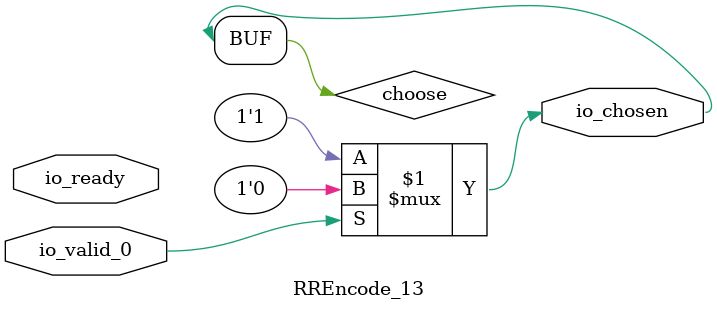
<source format=v>
module RREncode_13(
    input  io_valid_0,
    output io_chosen,
    input  io_ready);
  wire choose;
  assign io_chosen = choose;
  assign choose = io_valid_0 ? 1'h0 : 1'h1;
endmodule
</source>
